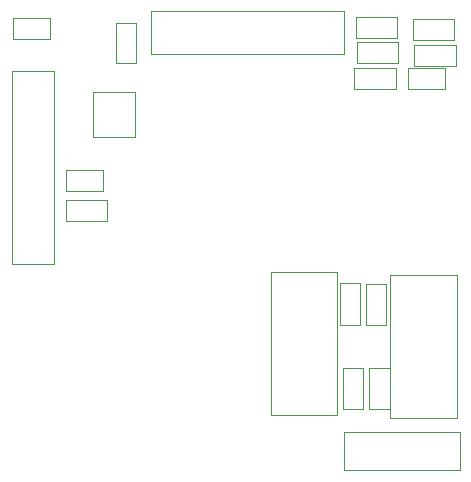
<source format=gbr>
G04 #@! TF.GenerationSoftware,KiCad,Pcbnew,5.1.7-a382d34a8~88~ubuntu18.04.1*
G04 #@! TF.CreationDate,2021-11-19T23:21:26+05:30*
G04 #@! TF.ProjectId,FrontEnd_HeavyDevice_v2,46726f6e-7445-46e6-945f-486561767944,rev?*
G04 #@! TF.SameCoordinates,Original*
G04 #@! TF.FileFunction,Other,User*
%FSLAX46Y46*%
G04 Gerber Fmt 4.6, Leading zero omitted, Abs format (unit mm)*
G04 Created by KiCad (PCBNEW 5.1.7-a382d34a8~88~ubuntu18.04.1) date 2021-11-19 23:21:26*
%MOMM*%
%LPD*%
G01*
G04 APERTURE LIST*
%ADD10C,0.050000*%
G04 APERTURE END LIST*
D10*
X100510000Y-85120000D02*
X96910000Y-85120000D01*
X100510000Y-101420000D02*
X100510000Y-85120000D01*
X96910000Y-101420000D02*
X100510000Y-101420000D01*
X96910000Y-85120000D02*
X96910000Y-101420000D01*
X125023000Y-80033700D02*
X108723000Y-80033700D01*
X108723000Y-80033700D02*
X108723000Y-83633700D01*
X108723000Y-83633700D02*
X125023000Y-83633700D01*
X125023000Y-83633700D02*
X125023000Y-80033700D01*
X126081000Y-80530000D02*
X129581000Y-80530000D01*
X126081000Y-80530000D02*
X126081000Y-82280000D01*
X129581000Y-82280000D02*
X129581000Y-80530000D01*
X129581000Y-82280000D02*
X126081000Y-82280000D01*
X131018000Y-82920000D02*
X134518000Y-82920000D01*
X131018000Y-82920000D02*
X131018000Y-84670000D01*
X134518000Y-84670000D02*
X134518000Y-82920000D01*
X134518000Y-84670000D02*
X131018000Y-84670000D01*
X129448000Y-86602600D02*
X125948000Y-86602600D01*
X129448000Y-86602600D02*
X129448000Y-84852600D01*
X125948000Y-84852600D02*
X125948000Y-86602600D01*
X125948000Y-84852600D02*
X129448000Y-84852600D01*
X128655000Y-103109000D02*
X128655000Y-106609000D01*
X128655000Y-103109000D02*
X126905000Y-103109000D01*
X126905000Y-106609000D02*
X128655000Y-106609000D01*
X126905000Y-106609000D02*
X126905000Y-103109000D01*
X127194000Y-113741000D02*
X127194000Y-110241000D01*
X127194000Y-113741000D02*
X128944000Y-113741000D01*
X128944000Y-110241000D02*
X127194000Y-110241000D01*
X128944000Y-110241000D02*
X128944000Y-113741000D01*
X126445000Y-103066000D02*
X126445000Y-106566000D01*
X126445000Y-103066000D02*
X124695000Y-103066000D01*
X124695000Y-106566000D02*
X126445000Y-106566000D01*
X124695000Y-106566000D02*
X124695000Y-103066000D01*
X126702000Y-110241000D02*
X126702000Y-113741000D01*
X126702000Y-110241000D02*
X124952000Y-110241000D01*
X124952000Y-113741000D02*
X126702000Y-113741000D01*
X124952000Y-113741000D02*
X124952000Y-110241000D01*
X129650000Y-84380000D02*
X126150000Y-84380000D01*
X129650000Y-84380000D02*
X129650000Y-82630000D01*
X126150000Y-82630000D02*
X126150000Y-84380000D01*
X126150000Y-82630000D02*
X129650000Y-82630000D01*
X134414000Y-82470000D02*
X130914000Y-82470000D01*
X134414000Y-82470000D02*
X134414000Y-80720000D01*
X130914000Y-80720000D02*
X130914000Y-82470000D01*
X130914000Y-80720000D02*
X134414000Y-80720000D01*
X101559000Y-97755600D02*
X101559000Y-95995600D01*
X104959000Y-97755600D02*
X101559000Y-97755600D01*
X104959000Y-95995600D02*
X104959000Y-97755600D01*
X101559000Y-95995600D02*
X104959000Y-95995600D01*
X107480000Y-81027800D02*
X107480000Y-84427800D01*
X107480000Y-84427800D02*
X105720000Y-84427800D01*
X105720000Y-84427800D02*
X105720000Y-81027800D01*
X105720000Y-81027800D02*
X107480000Y-81027800D01*
X104633000Y-95258500D02*
X101533000Y-95258500D01*
X104633000Y-95258500D02*
X104633000Y-93458500D01*
X101533000Y-93458500D02*
X101533000Y-95258500D01*
X101533000Y-93458500D02*
X104633000Y-93458500D01*
X130489000Y-84837700D02*
X133589000Y-84837700D01*
X130489000Y-84837700D02*
X130489000Y-86637700D01*
X133589000Y-86637700D02*
X133589000Y-84837700D01*
X133589000Y-86637700D02*
X130489000Y-86637700D01*
X97030000Y-80600000D02*
X100130000Y-80600000D01*
X97030000Y-80600000D02*
X97030000Y-82400000D01*
X100130000Y-82400000D02*
X100130000Y-80600000D01*
X100130000Y-82400000D02*
X97030000Y-82400000D01*
X134854000Y-115682000D02*
X125054000Y-115682000D01*
X134854000Y-118882000D02*
X134854000Y-115682000D01*
X125054000Y-118882000D02*
X134854000Y-118882000D01*
X125054000Y-115682000D02*
X125054000Y-118882000D01*
X107403000Y-90652700D02*
X103803000Y-90652700D01*
X107403000Y-86852700D02*
X107403000Y-90652700D01*
X103803000Y-86852700D02*
X107403000Y-86852700D01*
X103803000Y-90652700D02*
X103803000Y-86852700D01*
X134596000Y-102351000D02*
X128996000Y-102351000D01*
X128996000Y-102351000D02*
X128996000Y-114451000D01*
X128996000Y-114451000D02*
X134596000Y-114451000D01*
X134596000Y-114451000D02*
X134596000Y-102351000D01*
X124476000Y-114238000D02*
X124476000Y-102138000D01*
X118876000Y-114238000D02*
X124476000Y-114238000D01*
X118876000Y-102138000D02*
X118876000Y-114238000D01*
X124476000Y-102138000D02*
X118876000Y-102138000D01*
M02*

</source>
